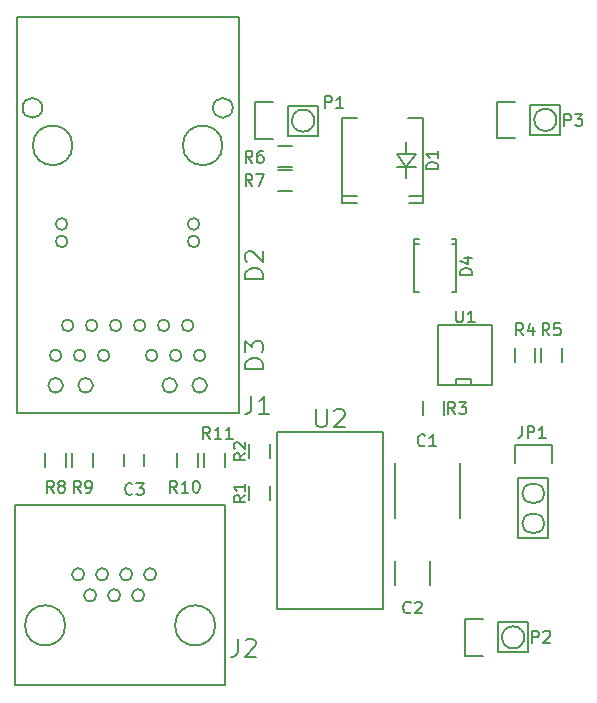
<source format=gto>
G04 #@! TF.FileFunction,Legend,Top*
%FSLAX46Y46*%
G04 Gerber Fmt 4.6, Leading zero omitted, Abs format (unit mm)*
G04 Created by KiCad (PCBNEW (2015-03-16 BZR 5519)-product) date Wed 18 Mar 2015 02:08:14 PM CET*
%MOMM*%
G01*
G04 APERTURE LIST*
%ADD10C,0.150000*%
%ADD11C,0.152400*%
G04 APERTURE END LIST*
D10*
X140914120Y-91559380D02*
X149915880Y-91559380D01*
X149915880Y-91559380D02*
X149915880Y-106560620D01*
X149915880Y-106560620D02*
X140914120Y-106560620D01*
X140914120Y-106560620D02*
X140914120Y-91559380D01*
X118745000Y-113030000D02*
X118745000Y-97790000D01*
X118745000Y-97790000D02*
X136525000Y-97790000D01*
X136525000Y-97790000D02*
X136525000Y-113030000D01*
X136525000Y-113030000D02*
X118745000Y-113030000D01*
X137668000Y-89984580D02*
X137668000Y-56484520D01*
X118872000Y-89984580D02*
X137668000Y-89984580D01*
X118872000Y-56459120D02*
X137668000Y-56459120D01*
X118872000Y-89984580D02*
X118872000Y-56459120D01*
X156395000Y-98820000D02*
X156395000Y-94220000D01*
X150945000Y-94220000D02*
X150945000Y-98820000D01*
X150925000Y-102505000D02*
X150925000Y-104505000D01*
X153875000Y-104505000D02*
X153875000Y-102505000D01*
X129628000Y-94480000D02*
X129628000Y-93480000D01*
X127928000Y-93480000D02*
X127928000Y-94480000D01*
X151858980Y-69179440D02*
X151858980Y-70081140D01*
X151858980Y-68028820D02*
X151858980Y-67030600D01*
X146458940Y-71630540D02*
X147660360Y-71630540D01*
X153261060Y-71630540D02*
X152059640Y-71630540D01*
X146458940Y-72179180D02*
X147660360Y-72179180D01*
X153261060Y-72179180D02*
X152059640Y-72179180D01*
X146458940Y-64980820D02*
X147711160Y-64980820D01*
X153261060Y-64980820D02*
X152008840Y-64980820D01*
X152659080Y-69179440D02*
X151058880Y-69179440D01*
X151109680Y-68028820D02*
X152659080Y-68028820D01*
X151858980Y-69179440D02*
X151109680Y-68028820D01*
X151858980Y-69179440D02*
X152659080Y-68028820D01*
X146458940Y-64980820D02*
X146458940Y-72179180D01*
X153261060Y-64980820D02*
X153261060Y-72179180D01*
X156055060Y-75669140D02*
X155704540Y-75669140D01*
X152554940Y-75669140D02*
X152905460Y-75669140D01*
X156055060Y-75219560D02*
X155704540Y-75219560D01*
X156055060Y-79720440D02*
X155704540Y-79720440D01*
X152554940Y-79720440D02*
X152905460Y-79720440D01*
X152554940Y-75219560D02*
X152905460Y-75219560D01*
X156055060Y-79720440D02*
X156055060Y-75219560D01*
X152554940Y-79720440D02*
X152554940Y-75219560D01*
X161353500Y-95504000D02*
X161353500Y-100584000D01*
X161353500Y-100584000D02*
X163893500Y-100584000D01*
X163893500Y-100584000D02*
X163893500Y-95504000D01*
X164173500Y-92684000D02*
X164173500Y-94234000D01*
X163893500Y-95504000D02*
X161353500Y-95504000D01*
X161073500Y-94234000D02*
X161073500Y-92684000D01*
X161073500Y-92684000D02*
X164173500Y-92684000D01*
X141859000Y-63944500D02*
X144399000Y-63944500D01*
X139039000Y-63664500D02*
X140589000Y-63664500D01*
X141859000Y-63944500D02*
X141859000Y-66484500D01*
X140589000Y-66764500D02*
X139039000Y-66764500D01*
X139039000Y-66764500D02*
X139039000Y-63664500D01*
X141859000Y-66484500D02*
X144399000Y-66484500D01*
X144399000Y-66484500D02*
X144399000Y-63944500D01*
X159639000Y-107696000D02*
X162179000Y-107696000D01*
X156819000Y-107416000D02*
X158369000Y-107416000D01*
X159639000Y-107696000D02*
X159639000Y-110236000D01*
X158369000Y-110516000D02*
X156819000Y-110516000D01*
X156819000Y-110516000D02*
X156819000Y-107416000D01*
X159639000Y-110236000D02*
X162179000Y-110236000D01*
X162179000Y-110236000D02*
X162179000Y-107696000D01*
X162369500Y-63881000D02*
X164909500Y-63881000D01*
X159549500Y-63601000D02*
X161099500Y-63601000D01*
X162369500Y-63881000D02*
X162369500Y-66421000D01*
X161099500Y-66701000D02*
X159549500Y-66701000D01*
X159549500Y-66701000D02*
X159549500Y-63601000D01*
X162369500Y-66421000D02*
X164909500Y-66421000D01*
X164909500Y-66421000D02*
X164909500Y-63881000D01*
X140321000Y-96174000D02*
X140321000Y-97374000D01*
X138571000Y-97374000D02*
X138571000Y-96174000D01*
X140321000Y-92618000D02*
X140321000Y-93818000D01*
X138571000Y-93818000D02*
X138571000Y-92618000D01*
X153303000Y-90135000D02*
X153303000Y-88935000D01*
X155053000Y-88935000D02*
X155053000Y-90135000D01*
X162800000Y-84490000D02*
X162800000Y-85690000D01*
X161050000Y-85690000D02*
X161050000Y-84490000D01*
X165022500Y-84490000D02*
X165022500Y-85690000D01*
X163272500Y-85690000D02*
X163272500Y-84490000D01*
X141005000Y-67387500D02*
X142205000Y-67387500D01*
X142205000Y-69137500D02*
X141005000Y-69137500D01*
X141005000Y-69419500D02*
X142205000Y-69419500D01*
X142205000Y-71169500D02*
X141005000Y-71169500D01*
X123049000Y-93380000D02*
X123049000Y-94580000D01*
X121299000Y-94580000D02*
X121299000Y-93380000D01*
X125335000Y-93380000D02*
X125335000Y-94580000D01*
X123585000Y-94580000D02*
X123585000Y-93380000D01*
X134225000Y-93380000D02*
X134225000Y-94580000D01*
X132475000Y-94580000D02*
X132475000Y-93380000D01*
X136511000Y-93380000D02*
X136511000Y-94580000D01*
X134761000Y-94580000D02*
X134761000Y-93380000D01*
X154559000Y-87630000D02*
X154559000Y-82550000D01*
X154559000Y-82550000D02*
X159131000Y-82550000D01*
X159131000Y-82550000D02*
X159131000Y-87630000D01*
X159131000Y-87630000D02*
X154559000Y-87630000D01*
X156083000Y-87630000D02*
X156083000Y-87122000D01*
X156083000Y-87122000D02*
X157353000Y-87122000D01*
X157353000Y-87122000D02*
X157353000Y-87630000D01*
X122988000Y-107950000D02*
G75*
G03X122988000Y-107950000I-1703000J0D01*
G01*
X135688000Y-107950000D02*
G75*
G03X135688000Y-107950000I-1703000J0D01*
G01*
X124600900Y-103632000D02*
G75*
G03X124600900Y-103632000I-521900J0D01*
G01*
X126632900Y-103632000D02*
G75*
G03X126632900Y-103632000I-521900J0D01*
G01*
X128664900Y-103632000D02*
G75*
G03X128664900Y-103632000I-521900J0D01*
G01*
X130696900Y-103632000D02*
G75*
G03X130696900Y-103632000I-521900J0D01*
G01*
X125616900Y-105410000D02*
G75*
G03X125616900Y-105410000I-521900J0D01*
G01*
X127648900Y-105410000D02*
G75*
G03X127648900Y-105410000I-521900J0D01*
G01*
X129680900Y-105410000D02*
G75*
G03X129680900Y-105410000I-521900J0D01*
G01*
X123686500Y-82550000D02*
G75*
G03X123686500Y-82550000I-496500J0D01*
G01*
X125718500Y-82550000D02*
G75*
G03X125718500Y-82550000I-496500J0D01*
G01*
X127750500Y-82550000D02*
G75*
G03X127750500Y-82550000I-496500J0D01*
G01*
X129782500Y-82550000D02*
G75*
G03X129782500Y-82550000I-496500J0D01*
G01*
X131814500Y-82550000D02*
G75*
G03X131814500Y-82550000I-496500J0D01*
G01*
X133846500Y-82550000D02*
G75*
G03X133846500Y-82550000I-496500J0D01*
G01*
X122670500Y-85090000D02*
G75*
G03X122670500Y-85090000I-496500J0D01*
G01*
X124702500Y-85090000D02*
G75*
G03X124702500Y-85090000I-496500J0D01*
G01*
X126734500Y-85090000D02*
G75*
G03X126734500Y-85090000I-496500J0D01*
G01*
X130798500Y-85090000D02*
G75*
G03X130798500Y-85090000I-496500J0D01*
G01*
X132830500Y-85090000D02*
G75*
G03X132830500Y-85090000I-496500J0D01*
G01*
X134862500Y-85090000D02*
G75*
G03X134862500Y-85090000I-496500J0D01*
G01*
X123597600Y-67310000D02*
G75*
G03X123597600Y-67310000I-1677600J0D01*
G01*
X136297600Y-67310000D02*
G75*
G03X136297600Y-67310000I-1677600J0D01*
G01*
X121044900Y-64135000D02*
G75*
G03X121044900Y-64135000I-839400J0D01*
G01*
X137173900Y-64135000D02*
G75*
G03X137173900Y-64135000I-839400J0D01*
G01*
X123178500Y-75438000D02*
G75*
G03X123178500Y-75438000I-496500J0D01*
G01*
X134354500Y-75438000D02*
G75*
G03X134354500Y-75438000I-496500J0D01*
G01*
X123178500Y-73964800D02*
G75*
G03X123178500Y-73964800I-496500J0D01*
G01*
X134354500Y-73964800D02*
G75*
G03X134354500Y-73964800I-496500J0D01*
G01*
X134989500Y-87630000D02*
G75*
G03X134989500Y-87630000I-623500J0D01*
G01*
X132449500Y-87630000D02*
G75*
G03X132449500Y-87630000I-623500J0D01*
G01*
X122797500Y-87630000D02*
G75*
G03X122797500Y-87630000I-623500J0D01*
G01*
X125337500Y-87630000D02*
G75*
G03X125337500Y-87630000I-623500J0D01*
G01*
X162471100Y-97562600D02*
X162775900Y-97562600D01*
X162471100Y-95985400D02*
X162775900Y-95985400D01*
X162775900Y-97562600D02*
G75*
G03X162775900Y-95985400I0J788600D01*
G01*
X162471100Y-95985400D02*
G75*
G03X162471100Y-97562600I0J-788600D01*
G01*
X162471100Y-100102600D02*
X162775900Y-100102600D01*
X162471100Y-98525400D02*
X162775900Y-98525400D01*
X162775900Y-100102600D02*
G75*
G03X162775900Y-98525400I0J788600D01*
G01*
X162471100Y-98525400D02*
G75*
G03X162471100Y-100102600I0J-788600D01*
G01*
X143129000Y-66155500D02*
X143129000Y-66155500D01*
X143129000Y-64273500D02*
X143129000Y-64273500D01*
X143129000Y-66155500D02*
G75*
G03X143129000Y-64273500I0J941000D01*
G01*
X143129000Y-64273500D02*
G75*
G03X143129000Y-66155500I0J-941000D01*
G01*
X160909000Y-109907000D02*
X160909000Y-109907000D01*
X160909000Y-108025000D02*
X160909000Y-108025000D01*
X160909000Y-109907000D02*
G75*
G03X160909000Y-108025000I0J941000D01*
G01*
X160909000Y-108025000D02*
G75*
G03X160909000Y-109907000I0J-941000D01*
G01*
X163639500Y-66092000D02*
X163639500Y-66092000D01*
X163639500Y-64210000D02*
X163639500Y-64210000D01*
X163639500Y-66092000D02*
G75*
G03X163639500Y-64210000I0J941000D01*
G01*
X163639500Y-64210000D02*
G75*
G03X163639500Y-66092000I0J-941000D01*
G01*
D11*
X144253857Y-89652929D02*
X144253857Y-90886643D01*
X144326429Y-91031786D01*
X144399000Y-91104357D01*
X144544143Y-91176929D01*
X144834429Y-91176929D01*
X144979571Y-91104357D01*
X145052143Y-91031786D01*
X145124714Y-90886643D01*
X145124714Y-89652929D01*
X145777857Y-89798071D02*
X145850428Y-89725500D01*
X145995571Y-89652929D01*
X146358428Y-89652929D01*
X146503571Y-89725500D01*
X146576142Y-89798071D01*
X146648714Y-89943214D01*
X146648714Y-90088357D01*
X146576142Y-90306071D01*
X145705285Y-91176929D01*
X146648714Y-91176929D01*
X137604500Y-109083929D02*
X137604500Y-110172500D01*
X137531928Y-110390214D01*
X137386785Y-110535357D01*
X137169071Y-110607929D01*
X137023928Y-110607929D01*
X138257643Y-109229071D02*
X138330214Y-109156500D01*
X138475357Y-109083929D01*
X138838214Y-109083929D01*
X138983357Y-109156500D01*
X139055928Y-109229071D01*
X139128500Y-109374214D01*
X139128500Y-109519357D01*
X139055928Y-109737071D01*
X138185071Y-110607929D01*
X139128500Y-110607929D01*
X138747500Y-88509929D02*
X138747500Y-89598500D01*
X138674928Y-89816214D01*
X138529785Y-89961357D01*
X138312071Y-90033929D01*
X138166928Y-90033929D01*
X140271500Y-90033929D02*
X139400643Y-90033929D01*
X139836071Y-90033929D02*
X139836071Y-88509929D01*
X139690928Y-88727643D01*
X139545786Y-88872786D01*
X139400643Y-88945357D01*
X139754429Y-86214857D02*
X138230429Y-86214857D01*
X138230429Y-85852000D01*
X138303000Y-85634285D01*
X138448143Y-85489143D01*
X138593286Y-85416571D01*
X138883571Y-85344000D01*
X139101286Y-85344000D01*
X139391571Y-85416571D01*
X139536714Y-85489143D01*
X139681857Y-85634285D01*
X139754429Y-85852000D01*
X139754429Y-86214857D01*
X138230429Y-84836000D02*
X138230429Y-83892571D01*
X138811000Y-84400571D01*
X138811000Y-84182857D01*
X138883571Y-84037714D01*
X138956143Y-83965143D01*
X139101286Y-83892571D01*
X139464143Y-83892571D01*
X139609286Y-83965143D01*
X139681857Y-84037714D01*
X139754429Y-84182857D01*
X139754429Y-84618285D01*
X139681857Y-84763428D01*
X139609286Y-84836000D01*
X139754429Y-78594857D02*
X138230429Y-78594857D01*
X138230429Y-78232000D01*
X138303000Y-78014285D01*
X138448143Y-77869143D01*
X138593286Y-77796571D01*
X138883571Y-77724000D01*
X139101286Y-77724000D01*
X139391571Y-77796571D01*
X139536714Y-77869143D01*
X139681857Y-78014285D01*
X139754429Y-78232000D01*
X139754429Y-78594857D01*
X138375571Y-77143428D02*
X138303000Y-77070857D01*
X138230429Y-76925714D01*
X138230429Y-76562857D01*
X138303000Y-76417714D01*
X138375571Y-76345143D01*
X138520714Y-76272571D01*
X138665857Y-76272571D01*
X138883571Y-76345143D01*
X139754429Y-77216000D01*
X139754429Y-76272571D01*
D10*
X153439834Y-92686143D02*
X153392215Y-92733762D01*
X153249358Y-92781381D01*
X153154120Y-92781381D01*
X153011262Y-92733762D01*
X152916024Y-92638524D01*
X152868405Y-92543286D01*
X152820786Y-92352810D01*
X152820786Y-92209952D01*
X152868405Y-92019476D01*
X152916024Y-91924238D01*
X153011262Y-91829000D01*
X153154120Y-91781381D01*
X153249358Y-91781381D01*
X153392215Y-91829000D01*
X153439834Y-91876619D01*
X154392215Y-92781381D02*
X153820786Y-92781381D01*
X154106500Y-92781381D02*
X154106500Y-91781381D01*
X154011262Y-91924238D01*
X153916024Y-92019476D01*
X153820786Y-92067095D01*
X152233334Y-106846643D02*
X152185715Y-106894262D01*
X152042858Y-106941881D01*
X151947620Y-106941881D01*
X151804762Y-106894262D01*
X151709524Y-106799024D01*
X151661905Y-106703786D01*
X151614286Y-106513310D01*
X151614286Y-106370452D01*
X151661905Y-106179976D01*
X151709524Y-106084738D01*
X151804762Y-105989500D01*
X151947620Y-105941881D01*
X152042858Y-105941881D01*
X152185715Y-105989500D01*
X152233334Y-106037119D01*
X152614286Y-106037119D02*
X152661905Y-105989500D01*
X152757143Y-105941881D01*
X152995239Y-105941881D01*
X153090477Y-105989500D01*
X153138096Y-106037119D01*
X153185715Y-106132357D01*
X153185715Y-106227595D01*
X153138096Y-106370452D01*
X152566667Y-106941881D01*
X153185715Y-106941881D01*
X128674834Y-96813643D02*
X128627215Y-96861262D01*
X128484358Y-96908881D01*
X128389120Y-96908881D01*
X128246262Y-96861262D01*
X128151024Y-96766024D01*
X128103405Y-96670786D01*
X128055786Y-96480310D01*
X128055786Y-96337452D01*
X128103405Y-96146976D01*
X128151024Y-96051738D01*
X128246262Y-95956500D01*
X128389120Y-95908881D01*
X128484358Y-95908881D01*
X128627215Y-95956500D01*
X128674834Y-96004119D01*
X129008167Y-95908881D02*
X129627215Y-95908881D01*
X129293881Y-96289833D01*
X129436739Y-96289833D01*
X129531977Y-96337452D01*
X129579596Y-96385071D01*
X129627215Y-96480310D01*
X129627215Y-96718405D01*
X129579596Y-96813643D01*
X129531977Y-96861262D01*
X129436739Y-96908881D01*
X129151024Y-96908881D01*
X129055786Y-96861262D01*
X129008167Y-96813643D01*
X154566881Y-69318095D02*
X153566881Y-69318095D01*
X153566881Y-69080000D01*
X153614500Y-68937142D01*
X153709738Y-68841904D01*
X153804976Y-68794285D01*
X153995452Y-68746666D01*
X154138310Y-68746666D01*
X154328786Y-68794285D01*
X154424024Y-68841904D01*
X154519262Y-68937142D01*
X154566881Y-69080000D01*
X154566881Y-69318095D01*
X154566881Y-67794285D02*
X154566881Y-68365714D01*
X154566881Y-68080000D02*
X153566881Y-68080000D01*
X153709738Y-68175238D01*
X153804976Y-68270476D01*
X153852595Y-68365714D01*
X157424381Y-78271595D02*
X156424381Y-78271595D01*
X156424381Y-78033500D01*
X156472000Y-77890642D01*
X156567238Y-77795404D01*
X156662476Y-77747785D01*
X156852952Y-77700166D01*
X156995810Y-77700166D01*
X157186286Y-77747785D01*
X157281524Y-77795404D01*
X157376762Y-77890642D01*
X157424381Y-78033500D01*
X157424381Y-78271595D01*
X156757714Y-76843023D02*
X157424381Y-76843023D01*
X156376762Y-77081119D02*
X157091048Y-77319214D01*
X157091048Y-76700166D01*
X161663167Y-91082881D02*
X161663167Y-91797167D01*
X161615547Y-91940024D01*
X161520309Y-92035262D01*
X161377452Y-92082881D01*
X161282214Y-92082881D01*
X162139357Y-92082881D02*
X162139357Y-91082881D01*
X162520310Y-91082881D01*
X162615548Y-91130500D01*
X162663167Y-91178119D01*
X162710786Y-91273357D01*
X162710786Y-91416214D01*
X162663167Y-91511452D01*
X162615548Y-91559071D01*
X162520310Y-91606690D01*
X162139357Y-91606690D01*
X163663167Y-92082881D02*
X163091738Y-92082881D01*
X163377452Y-92082881D02*
X163377452Y-91082881D01*
X163282214Y-91225738D01*
X163186976Y-91320976D01*
X163091738Y-91368595D01*
X144994405Y-64142881D02*
X144994405Y-63142881D01*
X145375358Y-63142881D01*
X145470596Y-63190500D01*
X145518215Y-63238119D01*
X145565834Y-63333357D01*
X145565834Y-63476214D01*
X145518215Y-63571452D01*
X145470596Y-63619071D01*
X145375358Y-63666690D01*
X144994405Y-63666690D01*
X146518215Y-64142881D02*
X145946786Y-64142881D01*
X146232500Y-64142881D02*
X146232500Y-63142881D01*
X146137262Y-63285738D01*
X146042024Y-63380976D01*
X145946786Y-63428595D01*
X162520405Y-109418381D02*
X162520405Y-108418381D01*
X162901358Y-108418381D01*
X162996596Y-108466000D01*
X163044215Y-108513619D01*
X163091834Y-108608857D01*
X163091834Y-108751714D01*
X163044215Y-108846952D01*
X162996596Y-108894571D01*
X162901358Y-108942190D01*
X162520405Y-108942190D01*
X163472786Y-108513619D02*
X163520405Y-108466000D01*
X163615643Y-108418381D01*
X163853739Y-108418381D01*
X163948977Y-108466000D01*
X163996596Y-108513619D01*
X164044215Y-108608857D01*
X164044215Y-108704095D01*
X163996596Y-108846952D01*
X163425167Y-109418381D01*
X164044215Y-109418381D01*
X165250905Y-65666881D02*
X165250905Y-64666881D01*
X165631858Y-64666881D01*
X165727096Y-64714500D01*
X165774715Y-64762119D01*
X165822334Y-64857357D01*
X165822334Y-65000214D01*
X165774715Y-65095452D01*
X165727096Y-65143071D01*
X165631858Y-65190690D01*
X165250905Y-65190690D01*
X166155667Y-64666881D02*
X166774715Y-64666881D01*
X166441381Y-65047833D01*
X166584239Y-65047833D01*
X166679477Y-65095452D01*
X166727096Y-65143071D01*
X166774715Y-65238310D01*
X166774715Y-65476405D01*
X166727096Y-65571643D01*
X166679477Y-65619262D01*
X166584239Y-65666881D01*
X166298524Y-65666881D01*
X166203286Y-65619262D01*
X166155667Y-65571643D01*
X138247381Y-96940666D02*
X137771190Y-97274000D01*
X138247381Y-97512095D02*
X137247381Y-97512095D01*
X137247381Y-97131142D01*
X137295000Y-97035904D01*
X137342619Y-96988285D01*
X137437857Y-96940666D01*
X137580714Y-96940666D01*
X137675952Y-96988285D01*
X137723571Y-97035904D01*
X137771190Y-97131142D01*
X137771190Y-97512095D01*
X138247381Y-95988285D02*
X138247381Y-96559714D01*
X138247381Y-96274000D02*
X137247381Y-96274000D01*
X137390238Y-96369238D01*
X137485476Y-96464476D01*
X137533095Y-96559714D01*
X138247381Y-93384666D02*
X137771190Y-93718000D01*
X138247381Y-93956095D02*
X137247381Y-93956095D01*
X137247381Y-93575142D01*
X137295000Y-93479904D01*
X137342619Y-93432285D01*
X137437857Y-93384666D01*
X137580714Y-93384666D01*
X137675952Y-93432285D01*
X137723571Y-93479904D01*
X137771190Y-93575142D01*
X137771190Y-93956095D01*
X137342619Y-93003714D02*
X137295000Y-92956095D01*
X137247381Y-92860857D01*
X137247381Y-92622761D01*
X137295000Y-92527523D01*
X137342619Y-92479904D01*
X137437857Y-92432285D01*
X137533095Y-92432285D01*
X137675952Y-92479904D01*
X138247381Y-93051333D01*
X138247381Y-92432285D01*
X155979834Y-90050881D02*
X155646500Y-89574690D01*
X155408405Y-90050881D02*
X155408405Y-89050881D01*
X155789358Y-89050881D01*
X155884596Y-89098500D01*
X155932215Y-89146119D01*
X155979834Y-89241357D01*
X155979834Y-89384214D01*
X155932215Y-89479452D01*
X155884596Y-89527071D01*
X155789358Y-89574690D01*
X155408405Y-89574690D01*
X156313167Y-89050881D02*
X156932215Y-89050881D01*
X156598881Y-89431833D01*
X156741739Y-89431833D01*
X156836977Y-89479452D01*
X156884596Y-89527071D01*
X156932215Y-89622310D01*
X156932215Y-89860405D01*
X156884596Y-89955643D01*
X156836977Y-90003262D01*
X156741739Y-90050881D01*
X156456024Y-90050881D01*
X156360786Y-90003262D01*
X156313167Y-89955643D01*
X161758334Y-83383381D02*
X161425000Y-82907190D01*
X161186905Y-83383381D02*
X161186905Y-82383381D01*
X161567858Y-82383381D01*
X161663096Y-82431000D01*
X161710715Y-82478619D01*
X161758334Y-82573857D01*
X161758334Y-82716714D01*
X161710715Y-82811952D01*
X161663096Y-82859571D01*
X161567858Y-82907190D01*
X161186905Y-82907190D01*
X162615477Y-82716714D02*
X162615477Y-83383381D01*
X162377381Y-82335762D02*
X162139286Y-83050048D01*
X162758334Y-83050048D01*
X163980834Y-83383381D02*
X163647500Y-82907190D01*
X163409405Y-83383381D02*
X163409405Y-82383381D01*
X163790358Y-82383381D01*
X163885596Y-82431000D01*
X163933215Y-82478619D01*
X163980834Y-82573857D01*
X163980834Y-82716714D01*
X163933215Y-82811952D01*
X163885596Y-82859571D01*
X163790358Y-82907190D01*
X163409405Y-82907190D01*
X164885596Y-82383381D02*
X164409405Y-82383381D01*
X164361786Y-82859571D01*
X164409405Y-82811952D01*
X164504643Y-82764333D01*
X164742739Y-82764333D01*
X164837977Y-82811952D01*
X164885596Y-82859571D01*
X164933215Y-82954810D01*
X164933215Y-83192905D01*
X164885596Y-83288143D01*
X164837977Y-83335762D01*
X164742739Y-83383381D01*
X164504643Y-83383381D01*
X164409405Y-83335762D01*
X164361786Y-83288143D01*
X138834834Y-68778381D02*
X138501500Y-68302190D01*
X138263405Y-68778381D02*
X138263405Y-67778381D01*
X138644358Y-67778381D01*
X138739596Y-67826000D01*
X138787215Y-67873619D01*
X138834834Y-67968857D01*
X138834834Y-68111714D01*
X138787215Y-68206952D01*
X138739596Y-68254571D01*
X138644358Y-68302190D01*
X138263405Y-68302190D01*
X139691977Y-67778381D02*
X139501500Y-67778381D01*
X139406262Y-67826000D01*
X139358643Y-67873619D01*
X139263405Y-68016476D01*
X139215786Y-68206952D01*
X139215786Y-68587905D01*
X139263405Y-68683143D01*
X139311024Y-68730762D01*
X139406262Y-68778381D01*
X139596739Y-68778381D01*
X139691977Y-68730762D01*
X139739596Y-68683143D01*
X139787215Y-68587905D01*
X139787215Y-68349810D01*
X139739596Y-68254571D01*
X139691977Y-68206952D01*
X139596739Y-68159333D01*
X139406262Y-68159333D01*
X139311024Y-68206952D01*
X139263405Y-68254571D01*
X139215786Y-68349810D01*
X138834834Y-70746881D02*
X138501500Y-70270690D01*
X138263405Y-70746881D02*
X138263405Y-69746881D01*
X138644358Y-69746881D01*
X138739596Y-69794500D01*
X138787215Y-69842119D01*
X138834834Y-69937357D01*
X138834834Y-70080214D01*
X138787215Y-70175452D01*
X138739596Y-70223071D01*
X138644358Y-70270690D01*
X138263405Y-70270690D01*
X139168167Y-69746881D02*
X139834834Y-69746881D01*
X139406262Y-70746881D01*
X122007334Y-96718381D02*
X121674000Y-96242190D01*
X121435905Y-96718381D02*
X121435905Y-95718381D01*
X121816858Y-95718381D01*
X121912096Y-95766000D01*
X121959715Y-95813619D01*
X122007334Y-95908857D01*
X122007334Y-96051714D01*
X121959715Y-96146952D01*
X121912096Y-96194571D01*
X121816858Y-96242190D01*
X121435905Y-96242190D01*
X122578762Y-96146952D02*
X122483524Y-96099333D01*
X122435905Y-96051714D01*
X122388286Y-95956476D01*
X122388286Y-95908857D01*
X122435905Y-95813619D01*
X122483524Y-95766000D01*
X122578762Y-95718381D01*
X122769239Y-95718381D01*
X122864477Y-95766000D01*
X122912096Y-95813619D01*
X122959715Y-95908857D01*
X122959715Y-95956476D01*
X122912096Y-96051714D01*
X122864477Y-96099333D01*
X122769239Y-96146952D01*
X122578762Y-96146952D01*
X122483524Y-96194571D01*
X122435905Y-96242190D01*
X122388286Y-96337429D01*
X122388286Y-96527905D01*
X122435905Y-96623143D01*
X122483524Y-96670762D01*
X122578762Y-96718381D01*
X122769239Y-96718381D01*
X122864477Y-96670762D01*
X122912096Y-96623143D01*
X122959715Y-96527905D01*
X122959715Y-96337429D01*
X122912096Y-96242190D01*
X122864477Y-96194571D01*
X122769239Y-96146952D01*
X124293334Y-96718381D02*
X123960000Y-96242190D01*
X123721905Y-96718381D02*
X123721905Y-95718381D01*
X124102858Y-95718381D01*
X124198096Y-95766000D01*
X124245715Y-95813619D01*
X124293334Y-95908857D01*
X124293334Y-96051714D01*
X124245715Y-96146952D01*
X124198096Y-96194571D01*
X124102858Y-96242190D01*
X123721905Y-96242190D01*
X124769524Y-96718381D02*
X124960000Y-96718381D01*
X125055239Y-96670762D01*
X125102858Y-96623143D01*
X125198096Y-96480286D01*
X125245715Y-96289810D01*
X125245715Y-95908857D01*
X125198096Y-95813619D01*
X125150477Y-95766000D01*
X125055239Y-95718381D01*
X124864762Y-95718381D01*
X124769524Y-95766000D01*
X124721905Y-95813619D01*
X124674286Y-95908857D01*
X124674286Y-96146952D01*
X124721905Y-96242190D01*
X124769524Y-96289810D01*
X124864762Y-96337429D01*
X125055239Y-96337429D01*
X125150477Y-96289810D01*
X125198096Y-96242190D01*
X125245715Y-96146952D01*
X132453143Y-96718381D02*
X132119809Y-96242190D01*
X131881714Y-96718381D02*
X131881714Y-95718381D01*
X132262667Y-95718381D01*
X132357905Y-95766000D01*
X132405524Y-95813619D01*
X132453143Y-95908857D01*
X132453143Y-96051714D01*
X132405524Y-96146952D01*
X132357905Y-96194571D01*
X132262667Y-96242190D01*
X131881714Y-96242190D01*
X133405524Y-96718381D02*
X132834095Y-96718381D01*
X133119809Y-96718381D02*
X133119809Y-95718381D01*
X133024571Y-95861238D01*
X132929333Y-95956476D01*
X132834095Y-96004095D01*
X134024571Y-95718381D02*
X134119810Y-95718381D01*
X134215048Y-95766000D01*
X134262667Y-95813619D01*
X134310286Y-95908857D01*
X134357905Y-96099333D01*
X134357905Y-96337429D01*
X134310286Y-96527905D01*
X134262667Y-96623143D01*
X134215048Y-96670762D01*
X134119810Y-96718381D01*
X134024571Y-96718381D01*
X133929333Y-96670762D01*
X133881714Y-96623143D01*
X133834095Y-96527905D01*
X133786476Y-96337429D01*
X133786476Y-96099333D01*
X133834095Y-95908857D01*
X133881714Y-95813619D01*
X133929333Y-95766000D01*
X134024571Y-95718381D01*
X135247143Y-92146381D02*
X134913809Y-91670190D01*
X134675714Y-92146381D02*
X134675714Y-91146381D01*
X135056667Y-91146381D01*
X135151905Y-91194000D01*
X135199524Y-91241619D01*
X135247143Y-91336857D01*
X135247143Y-91479714D01*
X135199524Y-91574952D01*
X135151905Y-91622571D01*
X135056667Y-91670190D01*
X134675714Y-91670190D01*
X136199524Y-92146381D02*
X135628095Y-92146381D01*
X135913809Y-92146381D02*
X135913809Y-91146381D01*
X135818571Y-91289238D01*
X135723333Y-91384476D01*
X135628095Y-91432095D01*
X137151905Y-92146381D02*
X136580476Y-92146381D01*
X136866190Y-92146381D02*
X136866190Y-91146381D01*
X136770952Y-91289238D01*
X136675714Y-91384476D01*
X136580476Y-91432095D01*
X156083095Y-81303881D02*
X156083095Y-82113405D01*
X156130714Y-82208643D01*
X156178333Y-82256262D01*
X156273571Y-82303881D01*
X156464048Y-82303881D01*
X156559286Y-82256262D01*
X156606905Y-82208643D01*
X156654524Y-82113405D01*
X156654524Y-81303881D01*
X157654524Y-82303881D02*
X157083095Y-82303881D01*
X157368809Y-82303881D02*
X157368809Y-81303881D01*
X157273571Y-81446738D01*
X157178333Y-81541976D01*
X157083095Y-81589595D01*
M02*

</source>
